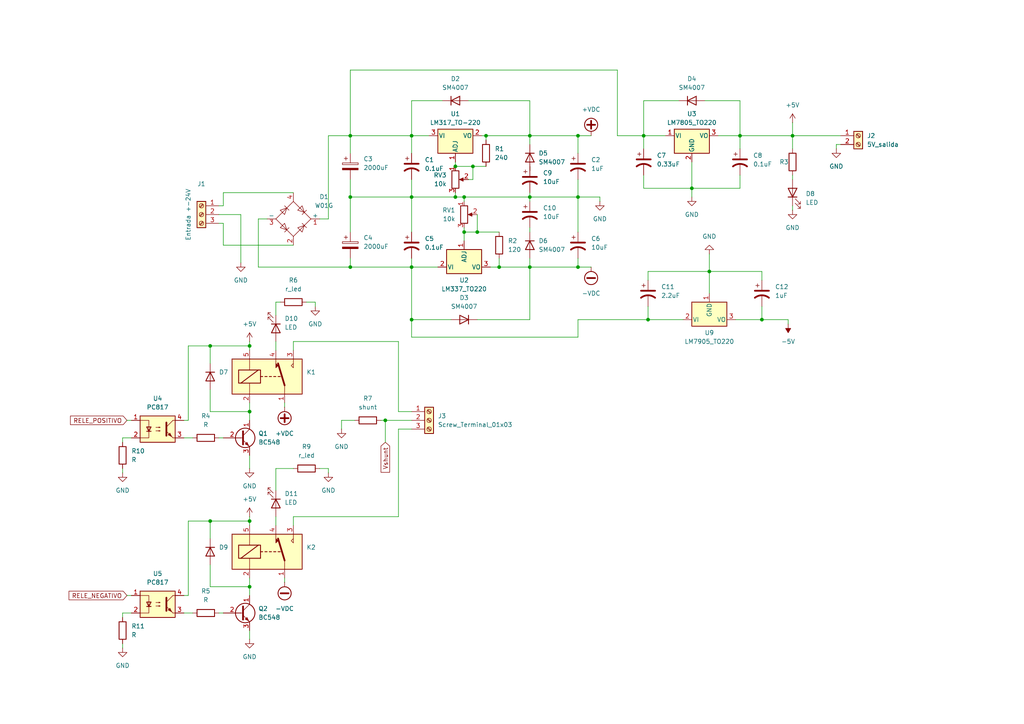
<source format=kicad_sch>
(kicad_sch (version 20231120) (generator "eeschema") (generator_version "8.0")
  (paper "A4")
  (lib_symbols
    (symbol "Connector:Screw_Terminal_01x02" (pin_names (offset 1.016) hide)
      (property "Reference" "J" (at 0 2.54 0))
      (property "Value" "Screw_Terminal_01x02" (at 0 -5.08 0))
      (symbol "Screw_Terminal_01x02_1_1"
        (rectangle (start -1.27 1.27) (end 1.27 -3.81) (stroke (width 0.254)) (fill (type background)))
        (circle (center 0 -2.54) (radius 0.635) (stroke (width 0.1524)))
        (polyline (pts (xy -0.5334 -2.2098) (xy 0.3302 -3.048)) (stroke (width 0.1524)))
        (polyline (pts (xy -0.5334 0.3302) (xy 0.3302 -0.508)) (stroke (width 0.1524)))
        (polyline (pts (xy -0.3556 -2.032) (xy 0.508 -2.8702)) (stroke (width 0.1524)))
        (polyline (pts (xy -0.3556 0.508) (xy 0.508 -0.3302)) (stroke (width 0.1524)))
        (circle (center 0 0) (radius 0.635) (stroke (width 0.1524)))
        (pin passive line (at -5.08 0 0) (length 3.81) (name "Pin_1") (number "1"))
        (pin passive line (at -5.08 -2.54 0) (length 3.81) (name "Pin_2") (number "2"))
      )
    )
    (symbol "Connector:Screw_Terminal_01x03" (pin_names (offset 1.016) hide)
      (property "Reference" "J" (at 0 5.08 0))
      (property "Value" "Screw_Terminal_01x03" (at 0 -5.08 0))
      (symbol "Screw_Terminal_01x03_1_1"
        (rectangle (start -1.27 3.81) (end 1.27 -3.81) (stroke (width 0.254)) (fill (type background)))
        (circle (center 0 -2.54) (radius 0.635) (stroke (width 0.1524)))
        (polyline (pts (xy -0.5334 -2.2098) (xy 0.3302 -3.048)) (stroke (width 0.1524)))
        (polyline (pts (xy -0.5334 0.3302) (xy 0.3302 -0.508)) (stroke (width 0.1524)))
        (polyline (pts (xy -0.5334 2.8702) (xy 0.3302 2.032)) (stroke (width 0.1524)))
        (polyline (pts (xy -0.3556 -2.032) (xy 0.508 -2.8702)) (stroke (width 0.1524)))
        (polyline (pts (xy -0.3556 0.508) (xy 0.508 -0.3302)) (stroke (width 0.1524)))
        (polyline (pts (xy -0.3556 3.048) (xy 0.508 2.2098)) (stroke (width 0.1524)))
        (circle (center 0 0) (radius 0.635) (stroke (width 0.1524)))
        (circle (center 0 2.54) (radius 0.635) (stroke (width 0.1524)))
        (pin passive line (at -5.08 2.54 0) (length 3.81) (name "Pin_1") (number "1"))
        (pin passive line (at -5.08 0 0) (length 3.81) (name "Pin_2") (number "2"))
        (pin passive line (at -5.08 -2.54 0) (length 3.81) (name "Pin_3") (number "3"))
      )
    )
    (symbol "Device:C_Polarized" (pin_numbers hide) (pin_names (offset 0.254))
      (property "Reference" "C" (at 0.635 2.54 0))
      (property "Value" "C_Polarized" (at 0.635 -2.54 0))
      (symbol "C_Polarized_0_1"
        (rectangle (start -2.286 0.508) (end 2.286 1.016))
        (polyline (pts (xy -1.778 2.286) (xy -0.762 2.286)))
        (polyline (pts (xy -1.27 2.794) (xy -1.27 1.778)))
        (rectangle (start 2.286 -0.508) (end -2.286 -1.016) (fill (type outline)))
      )
      (symbol "C_Polarized_1_1"
        (pin passive line (at 0 3.81 270) (length 2.794) (name "~") (number "1"))
        (pin passive line (at 0 -3.81 90) (length 2.794) (name "~") (number "2"))
      )
    )
    (symbol "Device:C_Polarized_US" (pin_numbers hide) (pin_names (offset 0.254) hide)
      (property "Reference" "C" (at 0.635 2.54 0))
      (property "Value" "C_Polarized_US" (at 0.635 -2.54 0))
      (symbol "C_Polarized_US_0_1"
        (polyline (pts (xy -2.032 0.762) (xy 2.032 0.762)) (stroke (width 0.508)))
        (polyline (pts (xy -1.778 2.286) (xy -0.762 2.286)))
        (polyline (pts (xy -1.27 1.778) (xy -1.27 2.794)))
        (arc (start 2.032 -1.27) (mid 0 -0.5572) (end -2.032 -1.27) (stroke (width 0.508)))
      )
      (symbol "C_Polarized_US_1_1"
        (pin passive line (at 0 3.81 270) (length 2.794) (name "~") (number "1"))
        (pin passive line (at 0 -3.81 90) (length 3.302) (name "~") (number "2"))
      )
    )
    (symbol "Device:LED" (pin_numbers hide) (pin_names (offset 1.016) hide)
      (property "Reference" "D" (at 0 2.54 0))
      (property "Value" "LED" (at 0 -2.54 0))
      (symbol "LED_0_1"
        (polyline (pts (xy -1.27 -1.27) (xy -1.27 1.27)) (stroke (width 0.254)))
        (polyline (pts (xy -1.27 0) (xy 1.27 0)))
        (polyline (pts (xy 1.27 -1.27) (xy 1.27 1.27) (xy -1.27 0) (xy 1.27 -1.27)) (stroke (width 0.254)))
        (polyline (pts (xy -3.048 -0.762) (xy -4.572 -2.286) (xy -3.81 -2.286) (xy -4.572 -2.286) (xy -4.572 -1.524)))
        (polyline (pts (xy -1.778 -0.762) (xy -3.302 -2.286) (xy -2.54 -2.286) (xy -3.302 -2.286) (xy -3.302 -1.524)))
      )
      (symbol "LED_1_1"
        (pin passive line (at -3.81 0 0) (length 2.54) (name "K") (number "1"))
        (pin passive line (at 3.81 0 180) (length 2.54) (name "A") (number "2"))
      )
    )
    (symbol "Device:R" (pin_numbers hide) (pin_names (offset 0))
      (property "Reference" "R" (at 2.032 0 90))
      (property "Value" "R" (at 0 0 90))
      (symbol "R_0_1"
        (rectangle (start -1.016 -2.54) (end 1.016 2.54) (stroke (width 0.254)))
      )
      (symbol "R_1_1"
        (pin passive line (at 0 3.81 270) (length 1.27) (name "~") (number "1"))
        (pin passive line (at 0 -3.81 90) (length 1.27) (name "~") (number "2"))
      )
    )
    (symbol "Device:R_Potentiometer" (pin_names (offset 1.016) hide)
      (property "Reference" "RV" (at -4.445 0 90))
      (property "Value" "R_Potentiometer" (at -2.54 0 90))
      (symbol "R_Potentiometer_0_1"
        (polyline (pts (xy 2.54 0) (xy 1.524 0)))
        (polyline (pts (xy 1.143 0) (xy 2.286 0.508) (xy 2.286 -0.508) (xy 1.143 0)) (fill (type outline)))
        (rectangle (start 1.016 2.54) (end -1.016 -2.54) (stroke (width 0.254)))
      )
      (symbol "R_Potentiometer_1_1"
        (pin passive line (at 0 3.81 270) (length 1.27) (name "1") (number "1"))
        (pin passive line (at 3.81 0 180) (length 1.27) (name "2") (number "2"))
        (pin passive line (at 0 -3.81 90) (length 1.27) (name "3") (number "3"))
      )
    )
    (symbol "Diode:1N4007" (pin_numbers hide) (pin_names hide)
      (property "Reference" "D" (at 0 2.54 0))
      (property "Value" "1N4007" (at 0 -2.54 0))
      (symbol "1N4007_0_1"
        (polyline (pts (xy -1.27 1.27) (xy -1.27 -1.27)) (stroke (width 0.254)))
        (polyline (pts (xy 1.27 0) (xy -1.27 0)))
        (polyline (pts (xy 1.27 1.27) (xy 1.27 -1.27) (xy -1.27 0) (xy 1.27 1.27)) (stroke (width 0.254)))
      )
      (symbol "1N4007_1_1"
        (pin passive line (at -3.81 0 0) (length 2.54) (name "K") (number "1"))
        (pin passive line (at 3.81 0 180) (length 2.54) (name "A") (number "2"))
      )
    )
    (symbol "Diode:SM4007" (pin_numbers hide) (pin_names hide)
      (property "Reference" "D" (at 0 2.54 0))
      (property "Value" "SM4007" (at 0 -2.54 0))
      (symbol "SM4007_0_1"
        (polyline (pts (xy -1.27 1.27) (xy -1.27 -1.27)) (stroke (width 0.254)))
        (polyline (pts (xy 1.27 0) (xy -1.27 0)))
        (polyline (pts (xy 1.27 1.27) (xy 1.27 -1.27) (xy -1.27 0) (xy 1.27 1.27)) (stroke (width 0.254)))
      )
      (symbol "SM4007_1_1"
        (pin passive line (at -3.81 0 0) (length 2.54) (name "K") (number "1"))
        (pin passive line (at 3.81 0 180) (length 2.54) (name "A") (number "2"))
      )
    )
    (symbol "Diode_Bridge:W01G" (pin_names (offset 0))
      (property "Reference" "D" (at 2.54 6.985 0))
      (property "Value" "W01G" (at 2.54 5.08 0))
      (symbol "W01G_0_1"
        (polyline (pts (xy -2.54 3.81) (xy -1.27 2.54)))
        (polyline (pts (xy -1.27 -2.54) (xy -2.54 -3.81)))
        (polyline (pts (xy 2.54 -1.27) (xy 3.81 -2.54)))
        (polyline (pts (xy 2.54 1.27) (xy 3.81 2.54)))
        (polyline (pts (xy -3.81 2.54) (xy -2.54 1.27) (xy -1.905 3.175) (xy -3.81 2.54)))
        (polyline (pts (xy -2.54 -1.27) (xy -3.81 -2.54) (xy -1.905 -3.175) (xy -2.54 -1.27)))
        (polyline (pts (xy 1.27 2.54) (xy 2.54 3.81) (xy 3.175 1.905) (xy 1.27 2.54)))
        (polyline (pts (xy 3.175 -1.905) (xy 1.27 -2.54) (xy 2.54 -3.81) (xy 3.175 -1.905)))
        (polyline (pts (xy -5.08 0) (xy 0 -5.08) (xy 5.08 0) (xy 0 5.08) (xy -5.08 0)))
      )
      (symbol "W01G_1_1"
        (pin passive line (at 7.62 0 180) (length 2.54) (name "+") (number "1"))
        (pin passive line (at 0 -7.62 90) (length 2.54) (name "~") (number "2"))
        (pin passive line (at -7.62 0 0) (length 2.54) (name "-") (number "3"))
        (pin passive line (at 0 7.62 270) (length 2.54) (name "~") (number "4"))
      )
    )
    (symbol "Isolator:PC817" (pin_names (offset 1.016))
      (property "Reference" "U" (at -5.08 5.08 0))
      (property "Value" "PC817" (at 0 5.08 0))
      (symbol "PC817_0_1"
        (rectangle (start -5.08 3.81) (end 5.08 -3.81) (stroke (width 0.254)) (fill (type background)))
        (polyline (pts (xy -3.175 -0.635) (xy -1.905 -0.635)) (stroke (width 0.254)))
        (polyline (pts (xy 2.54 0.635) (xy 4.445 2.54)))
        (polyline (pts (xy 4.445 -2.54) (xy 2.54 -0.635)) (fill (type outline)))
        (polyline (pts (xy 4.445 -2.54) (xy 5.08 -2.54)))
        (polyline (pts (xy 4.445 2.54) (xy 5.08 2.54)))
        (polyline (pts (xy -5.08 2.54) (xy -2.54 2.54) (xy -2.54 -0.635)))
        (polyline (pts (xy -2.54 -0.635) (xy -2.54 -2.54) (xy -5.08 -2.54)))
        (polyline (pts (xy 2.54 1.905) (xy 2.54 -1.905) (xy 2.54 -1.905)) (stroke (width 0.508)))
        (polyline (pts (xy -2.54 -0.635) (xy -3.175 0.635) (xy -1.905 0.635) (xy -2.54 -0.635)) (stroke (width 0.254)))
        (polyline (pts (xy -0.508 -0.508) (xy 0.762 -0.508) (xy 0.381 -0.635) (xy 0.381 -0.381) (xy 0.762 -0.508)))
        (polyline (pts (xy -0.508 0.508) (xy 0.762 0.508) (xy 0.381 0.381) (xy 0.381 0.635) (xy 0.762 0.508)))
        (polyline (pts (xy 3.048 -1.651) (xy 3.556 -1.143) (xy 4.064 -2.159) (xy 3.048 -1.651) (xy 3.048 -1.651)) (fill (type outline)))
      )
      (symbol "PC817_1_1"
        (pin passive line (at -7.62 2.54 0) (length 2.54) (name "~") (number "1"))
        (pin passive line (at -7.62 -2.54 0) (length 2.54) (name "~") (number "2"))
        (pin passive line (at 7.62 -2.54 180) (length 2.54) (name "~") (number "3"))
        (pin passive line (at 7.62 2.54 180) (length 2.54) (name "~") (number "4"))
      )
    )
    (symbol "R_1" (pin_numbers hide) (pin_names (offset 0))
      (property "Reference" "R" (at 2.032 0 90))
      (property "Value" "R" (at 0 0 90))
      (symbol "R_1_0_1"
        (rectangle (start -1.016 -2.54) (end 1.016 2.54) (stroke (width 0.254)))
      )
      (symbol "R_1_1_1"
        (pin passive line (at 0 3.81 270) (length 1.27) (name "~") (number "1"))
        (pin passive line (at 0 -3.81 90) (length 1.27) (name "~") (number "2"))
      )
    )
    (symbol "Regulator_Linear:LM317_TO-220" (pin_names (offset 0.254))
      (property "Reference" "U" (at -3.81 3.175 0))
      (property "Value" "LM317_TO-220" (at 0 3.175 0))
      (symbol "LM317_TO-220_0_1"
        (rectangle (start -5.08 1.905) (end 5.08 -5.08) (stroke (width 0.254)) (fill (type background)))
      )
      (symbol "LM317_TO-220_1_1"
        (pin input line (at 0 -7.62 90) (length 2.54) (name "ADJ") (number "1"))
        (pin power_out line (at 7.62 0 180) (length 2.54) (name "VO") (number "2"))
        (pin power_in line (at -7.62 0 0) (length 2.54) (name "VI") (number "3"))
      )
    )
    (symbol "Regulator_Linear:LM337_TO220" (pin_names (offset 0.254))
      (property "Reference" "U" (at -3.81 -3.175 0))
      (property "Value" "LM337_TO220" (at 0 -3.175 0))
      (symbol "LM337_TO220_0_1"
        (rectangle (start -5.08 5.08) (end 5.08 -1.905) (stroke (width 0.254)) (fill (type background)))
      )
      (symbol "LM337_TO220_1_1"
        (pin input line (at 0 7.62 270) (length 2.54) (name "ADJ") (number "1"))
        (pin power_in line (at -7.62 0 0) (length 2.54) (name "VI") (number "2"))
        (pin power_out line (at 7.62 0 180) (length 2.54) (name "VO") (number "3"))
      )
    )
    (symbol "Regulator_Linear:LM7805_TO220" (pin_names (offset 0.254))
      (property "Reference" "U" (at -3.81 3.175 0))
      (property "Value" "LM7805_TO220" (at 0 3.175 0))
      (symbol "LM7805_TO220_0_1"
        (rectangle (start -5.08 1.905) (end 5.08 -5.08) (stroke (width 0.254)) (fill (type background)))
      )
      (symbol "LM7805_TO220_1_1"
        (pin power_in line (at -7.62 0 0) (length 2.54) (name "VI") (number "1"))
        (pin power_in line (at 0 -7.62 90) (length 2.54) (name "GND") (number "2"))
        (pin power_out line (at 7.62 0 180) (length 2.54) (name "VO") (number "3"))
      )
    )
    (symbol "Regulator_Linear:LM7905_TO220" (pin_names (offset 0.254))
      (property "Reference" "U" (at -3.81 -3.175 0))
      (property "Value" "LM7905_TO220" (at 0 -3.175 0))
      (symbol "LM7905_TO220_0_1"
        (rectangle (start -5.08 5.08) (end 5.08 -1.905) (stroke (width 0.254)) (fill (type background)))
      )
      (symbol "LM7905_TO220_1_1"
        (pin power_in line (at 0 7.62 270) (length 2.54) (name "GND") (number "1"))
        (pin power_in line (at -7.62 0 0) (length 2.54) (name "VI") (number "2"))
        (pin power_out line (at 7.62 0 180) (length 2.54) (name "VO") (number "3"))
      )
    )
    (symbol "Relay:SANYOU_SRD_Form_C"
      (property "Reference" "K" (at 11.43 3.81 0))
      (property "Value" "SANYOU_SRD_Form_C" (at 11.43 1.27 0))
      (symbol "SANYOU_SRD_Form_C_0_0"
        (polyline (pts (xy 7.62 5.08) (xy 7.62 2.54) (xy 6.985 3.175) (xy 7.62 3.81)))
      )
      (symbol "SANYOU_SRD_Form_C_0_1"
        (rectangle (start -10.16 5.08) (end 10.16 -5.08) (stroke (width 0.254)) (fill (type background)))
        (rectangle (start -8.255 1.905) (end -1.905 -1.905) (stroke (width 0.254)))
        (polyline (pts (xy -7.62 -1.905) (xy -2.54 1.905)) (stroke (width 0.254)))
        (polyline (pts (xy -5.08 -5.08) (xy -5.08 -1.905)))
        (polyline (pts (xy -5.08 5.08) (xy -5.08 1.905)))
        (polyline (pts (xy -1.905 0) (xy -1.27 0)) (stroke (width 0.254)))
        (polyline (pts (xy -0.635 0) (xy 0 0)) (stroke (width 0.254)))
        (polyline (pts (xy 0.635 0) (xy 1.27 0)) (stroke (width 0.254)))
        (polyline (pts (xy 1.905 0) (xy 2.54 0)) (stroke (width 0.254)))
        (polyline (pts (xy 3.175 0) (xy 3.81 0)) (stroke (width 0.254)))
        (polyline (pts (xy 5.08 -2.54) (xy 3.175 3.81)) (stroke (width 0.508)))
        (polyline (pts (xy 5.08 -2.54) (xy 5.08 -5.08)))
      )
      (symbol "SANYOU_SRD_Form_C_1_1"
        (polyline (pts (xy 2.54 3.81) (xy 3.175 3.175) (xy 2.54 2.54) (xy 2.54 5.08)) (fill (type outline)))
        (pin passive line (at 5.08 -7.62 90) (length 2.54) (name "~") (number "1"))
        (pin passive line (at -5.08 -7.62 90) (length 2.54) (name "~") (number "2"))
        (pin passive line (at 7.62 7.62 270) (length 2.54) (name "~") (number "3"))
        (pin passive line (at 2.54 7.62 270) (length 2.54) (name "~") (number "4"))
        (pin passive line (at -5.08 7.62 270) (length 2.54) (name "~") (number "5"))
      )
    )
    (symbol "Transistor_BJT:BC548" (pin_names (offset 0) hide)
      (property "Reference" "Q" (at 5.08 1.905 0))
      (property "Value" "BC548" (at 5.08 0 0))
      (symbol "BC548_0_1"
        (polyline (pts (xy 0 0) (xy 0.635 0)))
        (polyline (pts (xy 0.635 0.635) (xy 2.54 2.54)))
        (polyline (pts (xy 0.635 -0.635) (xy 2.54 -2.54) (xy 2.54 -2.54)))
        (polyline (pts (xy 0.635 1.905) (xy 0.635 -1.905) (xy 0.635 -1.905)) (stroke (width 0.508)))
        (polyline (pts (xy 1.27 -1.778) (xy 1.778 -1.27) (xy 2.286 -2.286) (xy 1.27 -1.778) (xy 1.27 -1.778)) (fill (type outline)))
        (circle (center 1.27 0) (radius 2.8194) (stroke (width 0.254)))
      )
      (symbol "BC548_1_1"
        (pin passive line (at 2.54 5.08 270) (length 2.54) (name "C") (number "1"))
        (pin input line (at -5.08 0 0) (length 5.08) (name "B") (number "2"))
        (pin passive line (at 2.54 -5.08 90) (length 2.54) (name "E") (number "3"))
      )
    )
    (symbol "power:+5V" (power) (pin_numbers hide) (pin_names (offset 0) hide)
      (property "Value" "+5V" (at 0 3.556 0))
      (symbol "+5V_0_1"
        (polyline (pts (xy -0.762 1.27) (xy 0 2.54)))
        (polyline (pts (xy 0 0) (xy 0 2.54)))
        (polyline (pts (xy 0 2.54) (xy 0.762 1.27)))
      )
      (symbol "+5V_1_1"
        (pin power_in line (at 0 0 90) (length 0) (name "~") (number "1"))
      )
    )
    (symbol "power:+VDC" (power) (pin_numbers hide) (pin_names (offset 0) hide)
      (property "Value" "+VDC" (at 0 6.35 0))
      (symbol "+VDC_0_1"
        (polyline (pts (xy -1.143 3.175) (xy 1.143 3.175)) (stroke (width 0.508)))
        (polyline (pts (xy 0 0) (xy 0 1.27)))
        (polyline (pts (xy 0 2.032) (xy 0 4.318)) (stroke (width 0.508)))
        (circle (center 0 3.175) (radius 1.905) (stroke (width 0.254)))
      )
      (symbol "+VDC_1_1"
        (pin power_in line (at 0 0 90) (length 0) (name "~") (number "1"))
      )
    )
    (symbol "power:-5V" (power) (pin_numbers hide) (pin_names (offset 0) hide)
      (property "Value" "-5V" (at 0 3.556 0))
      (symbol "-5V_0_0"
        (pin power_in line (at 0 0 90) (length 0) (name "~") (number "1"))
      )
      (symbol "-5V_0_1"
        (polyline (pts (xy 0 0) (xy 0 1.27) (xy 0.762 1.27) (xy 0 2.54) (xy -0.762 1.27) (xy 0 1.27)) (fill (type outline)))
      )
    )
    (symbol "power:-VDC" (power) (pin_numbers hide) (pin_names (offset 0) hide)
      (property "Value" "-VDC" (at 0 6.35 0))
      (symbol "-VDC_0_1"
        (polyline (pts (xy -1.143 3.175) (xy 1.143 3.175)) (stroke (width 0.508)))
        (polyline (pts (xy 0 0) (xy 0 1.27)))
        (circle (center 0 3.175) (radius 1.905) (stroke (width 0.254)))
      )
      (symbol "-VDC_1_1"
        (pin power_in line (at 0 0 90) (length 0) (name "~") (number "1"))
      )
    )
    (symbol "power:GND" (power) (pin_numbers hide) (pin_names (offset 0) hide)
      (property "Value" "GND" (at 0 -3.81 0))
      (symbol "GND_0_1"
        (polyline (pts (xy 0 0) (xy 0 -1.27) (xy 1.27 -1.27) (xy 0 -2.54) (xy -1.27 -1.27) (xy 0 -1.27)))
      )
      (symbol "GND_1_1"
        (pin power_in line (at 0 0 270) (length 0) (name "~") (number "1"))
      )
    )
  )
  (junction (at 229.87 39.37))
  (junction (at 72.39 100.33))
  (junction (at 101.6 39.37))
  (junction (at 167.64 77.47))
  (junction (at 111.76 121.92))
  (junction (at 132.08 57.15))
  (junction (at 60.96 151.13))
  (junction (at 137.16 48.26))
  (junction (at 101.6 57.15))
  (junction (at 119.38 39.37))
  (junction (at 101.6 77.47))
  (junction (at 138.43 67.31))
  (junction (at 134.62 67.31))
  (junction (at 153.67 77.47))
  (junction (at 119.38 92.71))
  (junction (at 220.98 92.71))
  (junction (at 167.64 57.15))
  (junction (at 72.39 170.18))
  (junction (at 134.62 57.15))
  (junction (at 153.67 57.15))
  (junction (at 167.64 39.37))
  (junction (at 200.66 54.61))
  (junction (at 140.97 39.37))
  (junction (at 119.38 57.15))
  (junction (at 144.78 77.47))
  (junction (at 187.96 92.71))
  (junction (at 119.38 77.47))
  (junction (at 186.69 39.37))
  (junction (at 205.74 78.74))
  (junction (at 132.08 48.26))
  (junction (at 72.39 119.38))
  (junction (at 60.96 100.33))
  (junction (at 72.39 151.13))
  (junction (at 214.63 39.37))
  (junction (at 153.67 39.37))
  (wire (pts (xy 80.01 135.89) (xy 80.01 142.24)))
  (wire (pts (xy 119.38 92.71) (xy 119.38 77.47)))
  (wire (pts (xy 119.38 44.45) (xy 119.38 39.37)))
  (wire (pts (xy 229.87 39.37) (xy 243.84 39.37)))
  (wire (pts (xy 72.39 170.18) (xy 72.39 167.64)))
  (wire (pts (xy 179.07 39.37) (xy 186.69 39.37)))
  (wire (pts (xy 111.76 121.92) (xy 119.38 121.92)))
  (wire (pts (xy 60.96 100.33) (xy 72.39 100.33)))
  (wire (pts (xy 80.01 87.63) (xy 80.01 91.44)))
  (wire (pts (xy 153.67 92.71) (xy 153.67 77.47)))
  (wire (pts (xy 101.6 39.37) (xy 101.6 44.45)))
  (wire (pts (xy 186.69 50.8) (xy 186.69 54.61)))
  (wire (pts (xy 208.28 39.37) (xy 214.63 39.37)))
  (wire (pts (xy 153.67 29.21) (xy 153.67 39.37)))
  (wire (pts (xy 85.09 99.06) (xy 115.57 99.06)))
  (wire (pts (xy 242.57 43.18) (xy 242.57 41.91)))
  (wire (pts (xy 229.87 59.69) (xy 229.87 60.96)))
  (wire (pts (xy 85.09 152.4) (xy 85.09 149.86)))
  (wire (pts (xy 242.57 41.91) (xy 243.84 41.91)))
  (wire (pts (xy 60.96 105.41) (xy 60.96 100.33)))
  (wire (pts (xy 213.36 92.71) (xy 220.98 92.71)))
  (wire (pts (xy 153.67 57.15) (xy 167.64 57.15)))
  (wire (pts (xy 80.01 149.86) (xy 80.01 152.4)))
  (wire (pts (xy 101.6 77.47) (xy 119.38 77.47)))
  (wire (pts (xy 72.39 182.88) (xy 72.39 185.42)))
  (wire (pts (xy 153.67 77.47) (xy 144.78 77.47)))
  (wire (pts (xy 153.67 39.37) (xy 153.67 41.91)))
  (wire (pts (xy 186.69 43.18) (xy 186.69 39.37)))
  (wire (pts (xy 63.5 127) (xy 64.77 127)))
  (wire (pts (xy 144.78 74.93) (xy 144.78 77.47)))
  (wire (pts (xy 54.61 100.33) (xy 60.96 100.33)))
  (wire (pts (xy 228.6 92.71) (xy 228.6 93.98)))
  (wire (pts (xy 144.78 77.47) (xy 142.24 77.47)))
  (wire (pts (xy 72.39 100.33) (xy 72.39 101.6)))
  (wire (pts (xy 153.67 55.88) (xy 153.67 57.15)))
  (wire (pts (xy 60.96 156.21) (xy 60.96 151.13)))
  (wire (pts (xy 119.38 92.71) (xy 119.38 97.79)))
  (wire (pts (xy 214.63 54.61) (xy 214.63 50.8)))
  (wire (pts (xy 135.89 29.21) (xy 153.67 29.21)))
  (wire (pts (xy 95.25 135.89) (xy 92.71 135.89)))
  (wire (pts (xy 229.87 39.37) (xy 229.87 35.56)))
  (wire (pts (xy 101.6 39.37) (xy 119.38 39.37)))
  (wire (pts (xy 80.01 99.06) (xy 80.01 101.6)))
  (wire (pts (xy 115.57 119.38) (xy 119.38 119.38)))
  (wire (pts (xy 134.62 57.15) (xy 134.62 58.42)))
  (wire (pts (xy 200.66 54.61) (xy 200.66 57.15)))
  (wire (pts (xy 92.71 63.5) (xy 95.25 63.5)))
  (wire (pts (xy 229.87 50.8) (xy 229.87 52.07)))
  (wire (pts (xy 186.69 39.37) (xy 193.04 39.37)))
  (wire (pts (xy 135.89 52.07) (xy 137.16 52.07)))
  (wire (pts (xy 205.74 73.66) (xy 205.74 78.74)))
  (wire (pts (xy 53.34 127) (xy 55.88 127)))
  (wire (pts (xy 200.66 46.99) (xy 200.66 54.61)))
  (wire (pts (xy 153.67 58.42) (xy 153.67 57.15)))
  (wire (pts (xy 54.61 121.92) (xy 53.34 121.92)))
  (wire (pts (xy 196.85 29.21) (xy 186.69 29.21)))
  (wire (pts (xy 205.74 78.74) (xy 205.74 85.09)))
  (wire (pts (xy 153.67 74.93) (xy 153.67 77.47)))
  (wire (pts (xy 153.67 39.37) (xy 167.64 39.37)))
  (wire (pts (xy 119.38 57.15) (xy 132.08 57.15)))
  (wire (pts (xy 167.64 44.45) (xy 167.64 39.37)))
  (wire (pts (xy 167.64 74.93) (xy 167.64 77.47)))
  (wire (pts (xy 137.16 48.26) (xy 140.97 48.26)))
  (wire (pts (xy 36.83 172.72) (xy 38.1 172.72)))
  (wire (pts (xy 60.96 113.03) (xy 60.96 119.38)))
  (wire (pts (xy 138.43 62.23) (xy 138.43 67.31)))
  (wire (pts (xy 74.93 63.5) (xy 77.47 63.5)))
  (wire (pts (xy 64.77 71.12) (xy 85.09 71.12)))
  (wire (pts (xy 167.64 92.71) (xy 187.96 92.71)))
  (wire (pts (xy 132.08 57.15) (xy 134.62 57.15)))
  (wire (pts (xy 205.74 78.74) (xy 220.98 78.74)))
  (wire (pts (xy 64.77 55.88) (xy 85.09 55.88)))
  (wire (pts (xy 101.6 77.47) (xy 74.93 77.47)))
  (wire (pts (xy 101.6 77.47) (xy 101.6 74.93)))
  (wire (pts (xy 101.6 39.37) (xy 101.6 20.32)))
  (wire (pts (xy 72.39 151.13) (xy 72.39 152.4)))
  (wire (pts (xy 167.64 97.79) (xy 167.64 92.71)))
  (wire (pts (xy 85.09 135.89) (xy 80.01 135.89)))
  (wire (pts (xy 187.96 78.74) (xy 205.74 78.74)))
  (wire (pts (xy 130.81 92.71) (xy 119.38 92.71)))
  (wire (pts (xy 72.39 132.08) (xy 72.39 135.89)))
  (wire (pts (xy 95.25 39.37) (xy 101.6 39.37)))
  (wire (pts (xy 134.62 66.04) (xy 134.62 67.31)))
  (wire (pts (xy 119.38 52.07) (xy 119.38 57.15)))
  (wire (pts (xy 153.67 66.04) (xy 153.67 67.31)))
  (wire (pts (xy 64.77 59.69) (xy 64.77 55.88)))
  (wire (pts (xy 95.25 137.16) (xy 95.25 135.89)))
  (wire (pts (xy 95.25 63.5) (xy 95.25 39.37)))
  (wire (pts (xy 35.56 179.07) (xy 35.56 177.8)))
  (wire (pts (xy 115.57 149.86) (xy 115.57 124.46)))
  (wire (pts (xy 153.67 48.26) (xy 153.67 49.53)))
  (wire (pts (xy 187.96 92.71) (xy 198.12 92.71)))
  (wire (pts (xy 220.98 92.71) (xy 220.98 88.9)))
  (wire (pts (xy 35.56 128.27) (xy 35.56 127)))
  (wire (pts (xy 167.64 77.47) (xy 153.67 77.47)))
  (wire (pts (xy 35.56 186.69) (xy 35.56 187.96)))
  (wire (pts (xy 72.39 119.38) (xy 72.39 121.92)))
  (wire (pts (xy 82.55 116.84) (xy 82.55 118.11)))
  (wire (pts (xy 138.43 67.31) (xy 144.78 67.31)))
  (wire (pts (xy 60.96 151.13) (xy 72.39 151.13)))
  (wire (pts (xy 99.06 121.92) (xy 102.87 121.92)))
  (wire (pts (xy 110.49 121.92) (xy 111.76 121.92)))
  (wire (pts (xy 140.97 40.64) (xy 140.97 39.37)))
  (wire (pts (xy 220.98 78.74) (xy 220.98 81.28)))
  (wire (pts (xy 115.57 99.06) (xy 115.57 119.38)))
  (wire (pts (xy 115.57 124.46) (xy 119.38 124.46)))
  (wire (pts (xy 91.44 87.63) (xy 88.9 87.63)))
  (wire (pts (xy 85.09 101.6) (xy 85.09 99.06)))
  (wire (pts (xy 35.56 127) (xy 38.1 127)))
  (wire (pts (xy 101.6 20.32) (xy 179.07 20.32)))
  (wire (pts (xy 63.5 177.8) (xy 64.77 177.8)))
  (wire (pts (xy 72.39 99.06) (xy 72.39 100.33)))
  (wire (pts (xy 132.08 55.88) (xy 132.08 57.15)))
  (wire (pts (xy 69.85 62.23) (xy 63.5 62.23)))
  (wire (pts (xy 54.61 121.92) (xy 54.61 100.33)))
  (wire (pts (xy 74.93 77.47) (xy 74.93 63.5)))
  (wire (pts (xy 99.06 124.46) (xy 99.06 121.92)))
  (wire (pts (xy 204.47 29.21) (xy 214.63 29.21)))
  (wire (pts (xy 187.96 88.9) (xy 187.96 92.71)))
  (wire (pts (xy 60.96 170.18) (xy 72.39 170.18)))
  (wire (pts (xy 63.5 59.69) (xy 64.77 59.69)))
  (wire (pts (xy 64.77 64.77) (xy 64.77 71.12)))
  (wire (pts (xy 101.6 52.07) (xy 101.6 57.15)))
  (wire (pts (xy 60.96 163.83) (xy 60.96 170.18)))
  (wire (pts (xy 119.38 39.37) (xy 124.46 39.37)))
  (wire (pts (xy 119.38 97.79) (xy 167.64 97.79)))
  (wire (pts (xy 35.56 177.8) (xy 38.1 177.8)))
  (wire (pts (xy 119.38 74.93) (xy 119.38 77.47)))
  (wire (pts (xy 140.97 39.37) (xy 153.67 39.37)))
  (wire (pts (xy 167.64 57.15) (xy 167.64 67.31)))
  (wire (pts (xy 173.99 57.15) (xy 167.64 57.15)))
  (wire (pts (xy 72.39 119.38) (xy 72.39 116.84)))
  (wire (pts (xy 137.16 48.26) (xy 137.16 52.07)))
  (wire (pts (xy 134.62 57.15) (xy 153.67 57.15)))
  (wire (pts (xy 53.34 177.8) (xy 55.88 177.8)))
  (wire (pts (xy 220.98 92.71) (xy 228.6 92.71)))
  (wire (pts (xy 111.76 121.92) (xy 111.76 128.27)))
  (wire (pts (xy 119.38 57.15) (xy 119.38 67.31)))
  (wire (pts (xy 101.6 57.15) (xy 101.6 67.31)))
  (wire (pts (xy 128.27 29.21) (xy 119.38 29.21)))
  (wire (pts (xy 186.69 29.21) (xy 186.69 39.37)))
  (wire (pts (xy 132.08 46.99) (xy 132.08 48.26)))
  (wire (pts (xy 173.99 57.15) (xy 173.99 58.42)))
  (wire (pts (xy 134.62 67.31) (xy 134.62 69.85)))
  (wire (pts (xy 214.63 43.18) (xy 214.63 39.37)))
  (wire (pts (xy 187.96 81.28) (xy 187.96 78.74)))
  (wire (pts (xy 82.55 167.64) (xy 82.55 168.91)))
  (wire (pts (xy 54.61 151.13) (xy 60.96 151.13)))
  (wire (pts (xy 64.77 64.77) (xy 63.5 64.77)))
  (wire (pts (xy 72.39 170.18) (xy 72.39 172.72)))
  (wire (pts (xy 167.64 77.47) (xy 171.45 77.47)))
  (wire (pts (xy 36.83 121.92) (xy 38.1 121.92)))
  (wire (pts (xy 119.38 57.15) (xy 101.6 57.15)))
  (wire (pts (xy 179.07 20.32) (xy 179.07 39.37)))
  (wire (pts (xy 60.96 119.38) (xy 72.39 119.38)))
  (wire (pts (xy 140.97 39.37) (xy 139.7 39.37)))
  (wire (pts (xy 186.69 54.61) (xy 200.66 54.61)))
  (wire (pts (xy 69.85 76.2) (xy 69.85 62.23)))
  (wire (pts (xy 85.09 149.86) (xy 115.57 149.86)))
  (wire (pts (xy 200.66 54.61) (xy 214.63 54.61)))
  (wire (pts (xy 54.61 172.72) (xy 54.61 151.13)))
  (wire (pts (xy 54.61 172.72) (xy 53.34 172.72)))
  (wire (pts (xy 81.28 87.63) (xy 80.01 87.63)))
  (wire (pts (xy 134.62 67.31) (xy 138.43 67.31)))
  (wire (pts (xy 35.56 135.89) (xy 35.56 137.16)))
  (wire (pts (xy 72.39 149.86) (xy 72.39 151.13)))
  (wire (pts (xy 91.44 88.9) (xy 91.44 87.63)))
  (wire (pts (xy 132.08 48.26) (xy 137.16 48.26)))
  (wire (pts (xy 138.43 92.71) (xy 153.67 92.71)))
  (wire (pts (xy 229.87 39.37) (xy 229.87 43.18)))
  (wire (pts (xy 214.63 39.37) (xy 229.87 39.37)))
  (wire (pts (xy 167.64 52.07) (xy 167.64 57.15)))
  (wire (pts (xy 119.38 77.47) (xy 127 77.47)))
  (wire (pts (xy 214.63 29.21) (xy 214.63 39.37)))
  (wire (pts (xy 119.38 29.21) (xy 119.38 39.37)))
  (wire (pts (xy 167.64 39.37) (xy 171.45 39.37)))
  (global_label "RELE_NEGATIVO" (shape input) (at 36.83 172.72 180) (property "Intersheetrefs" "${INTERSHEET_REFS}" (effects (hide yes))))
  (global_label "Vshunt" (shape input) (at 111.76 128.27 270) (property "Intersheetrefs" "${INTERSHEET_REFS}" (effects (hide yes))))
  (global_label "RELE_POSITIVO" (shape input) (at 36.83 121.92 180) (property "Intersheetrefs" "${INTERSHEET_REFS}" (effects (hide yes))))
  (symbol (lib_id "Regulator_Linear:LM7805_TO220") (at 200.66 39.37 0) (unit 1)
    (property "Reference" "U3" (at 200.66 33.02 0))
    (property "Value" "LM7805_TO220" (at 200.66 35.56 0))
    (property "Footprint" "Package_TO_SOT_THT:TO-220-3_Vertical" (effects (hide yes)))
    (property "Datasheet" "https://www.onsemi.cn/PowerSolutions/document/MC7800-D.PDF" (effects (hide yes)))
    (property "Description" "Positive 1A 35V Linear Regulator, Fixed Output 5V, TO-220" (effects (hide yes)))
  )
  (symbol (lib_id "power:-5V") (at 228.6 93.98 180) (unit 1)
    (property "Reference" "#PWR037" (effects (hide yes)))
    (property "Value" "-5V" (at 228.6 99.06 0))
    (property "Description" "Power symbol creates a global label with name \"-5V\"" (effects (hide yes)))
  )
  (symbol (lib_id "Regulator_Linear:LM317_TO-220") (at 132.08 39.37 0) (unit 1)
    (property "Reference" "U1" (at 132.08 33.02 0))
    (property "Value" "LM317_TO-220" (at 132.08 35.56 0))
    (property "Footprint" "Package_TO_SOT_THT:TO-220-3_Vertical" (effects (hide yes)))
    (property "Datasheet" "http://www.ti.com/lit/ds/symlink/lm317.pdf" (effects (hide yes)))
    (property "Description" "1.5A 35V Adjustable Linear Regulator, TO-220" (effects (hide yes)))
  )
  (symbol (lib_id "Regulator_Linear:LM337_TO220") (at 134.62 77.47 0) (unit 1)
    (property "Reference" "U2" (at 134.62 81.28 0))
    (property "Value" "LM337_TO220" (at 134.62 83.82 0))
    (property "Footprint" "Package_TO_SOT_THT:TO-220-3_Vertical" (effects (hide yes)))
    (property "Datasheet" "http://www.ti.com/lit/ds/symlink/lm337-n.pdf" (effects (hide yes)))
    (property "Description" "Negative 1.5A 35V Adjustable Linear Regulator, TO-220" (effects (hide yes)))
  )
  (symbol (lib_id "Device:C_Polarized_US") (at 119.38 48.26 0) (unit 1)
    (property "Reference" "C1" (at 123.19 46.3549 0) (effects (justify left)))
    (property "Value" "0.1uF" (at 123.19 48.8949 0) (effects (justify left)))
    (property "Description" "Polarized capacitor, US symbol" (effects (hide yes)))
  )
  (symbol (lib_id "Device:LED") (at 80.01 95.25 270) (unit 1)
    (property "Reference" "D10" (at 82.55 92.3924 90) (effects (justify left)))
    (property "Value" "LED" (at 82.55 94.9324 90) (effects (justify left)))
    (property "Description" "Light emitting diode" (effects (hide yes)))
  )
  (symbol (lib_id "Device:R_Potentiometer") (at 134.62 62.23 0) (unit 1)
    (property "Reference" "RV1" (at 132.08 60.9599 0) (effects (justify right)))
    (property "Value" "10k" (at 132.08 63.4999 0) (effects (justify right)))
    (property "Description" "Potentiometer" (effects (hide yes)))
  )
  (symbol (lib_id "power:GND") (at 95.25 137.16 0) (unit 1)
    (property "Reference" "#PWR017" (effects (hide yes)))
    (property "Value" "GND" (at 95.25 142.24 0))
    (property "Description" "Power symbol creates a global label with name \"GND\" , ground" (effects (hide yes)))
  )
  (symbol (lib_id "Device:C_Polarized_US") (at 187.96 85.09 0) (unit 1)
    (property "Reference" "C11" (at 191.77 83.1849 0) (effects (justify left)))
    (property "Value" "2.2uF" (at 191.77 85.7249 0) (effects (justify left)))
    (property "Description" "Polarized capacitor, US symbol" (effects (hide yes)))
  )
  (symbol (lib_id "Device:R") (at 144.78 71.12 0) (unit 1)
    (property "Reference" "R2" (at 147.32 69.8499 0) (effects (justify left)))
    (property "Value" "120" (at 147.32 72.3899 0) (effects (justify left)))
    (property "Description" "Resistor" (effects (hide yes)))
  )
  (symbol (lib_id "Device:C_Polarized_US") (at 167.64 71.12 0) (unit 1)
    (property "Reference" "C6" (at 171.45 69.2149 0) (effects (justify left)))
    (property "Value" "10uF" (at 171.45 71.7549 0) (effects (justify left)))
    (property "Description" "Polarized capacitor, US symbol" (effects (hide yes)))
  )
  (symbol (lib_id "Device:C_Polarized_US") (at 186.69 46.99 0) (unit 1)
    (property "Reference" "C7" (at 190.5 45.0849 0) (effects (justify left)))
    (property "Value" "0.33uF" (at 190.5 47.6249 0) (effects (justify left)))
    (property "Description" "Polarized capacitor, US symbol" (effects (hide yes)))
  )
  (symbol (lib_id "power:+5V") (at 72.39 99.06 0) (unit 1)
    (property "Reference" "#PWR09" (effects (hide yes)))
    (property "Value" "+5V" (at 72.39 93.98 0))
    (property "Description" "Power symbol creates a global label with name \"+5V\"" (effects (hide yes)))
  )
  (symbol (lib_id "power:+5V") (at 72.39 149.86 0) (unit 1)
    (property "Reference" "#PWR012" (effects (hide yes)))
    (property "Value" "+5V" (at 72.39 144.78 0))
    (property "Description" "Power symbol creates a global label with name \"+5V\"" (effects (hide yes)))
  )
  (symbol (lib_id "power:GND") (at 72.39 185.42 0) (unit 1)
    (property "Reference" "#PWR013" (effects (hide yes)))
    (property "Value" "GND" (at 72.39 190.5 0))
    (property "Description" "Power symbol creates a global label with name \"GND\" , ground" (effects (hide yes)))
  )
  (symbol (lib_id "Regulator_Linear:LM7905_TO220") (at 205.74 92.71 0) (unit 1)
    (property "Reference" "U9" (at 205.74 96.52 0))
    (property "Value" "LM7905_TO220" (at 205.74 99.06 0))
    (property "Footprint" "Package_TO_SOT_THT:TO-220-3_Vertical" (effects (hide yes)))
    (property "Datasheet" "https://www.onsemi.com/pub/Collateral/MC7900-D.PDF" (effects (hide yes)))
    (property "Description" "Negative 1A 35V Linear Regulator, Fixed Output 5V, TO-220" (effects (hide yes)))
  )
  (symbol (lib_id "power:GND") (at 91.44 88.9 0) (unit 1)
    (property "Reference" "#PWR016" (effects (hide yes)))
    (property "Value" "GND" (at 91.44 93.98 0))
    (property "Description" "Power symbol creates a global label with name \"GND\" , ground" (effects (hide yes)))
  )
  (symbol (lib_id "Connector:Screw_Terminal_01x03") (at 58.42 62.23 0) (mirror y) (unit 1)
    (property "Reference" "J1" (at 58.42 53.34 0))
    (property "Value" "Entrada +-24V" (at 54.61 62.23 90))
    (property "Description" "Generic screw terminal, single row, 01x03, script generated (kicad-library-utils/schlib/autogen/connector/)" (effects (hide yes)))
  )
  (symbol (lib_id "Transistor_BJT:BC548") (at 69.85 177.8 0) (unit 1)
    (property "Reference" "Q2" (at 74.93 176.5299 0) (effects (justify left)))
    (property "Value" "BC548" (at 74.93 179.0699 0) (effects (justify left)))
    (property "Footprint" "Package_TO_SOT_THT:TO-92_Inline" (effects (hide yes)))
    (property "Datasheet" "https://www.onsemi.com/pub/Collateral/BC550-D.pdf" (effects (hide yes)))
    (property "Description" "0.1A Ic, 30V Vce, Small Signal NPN Transistor, TO-92" (effects (hide yes)))
  )
  (symbol (lib_id "power:GND") (at 35.56 137.16 0) (unit 1)
    (property "Reference" "#PWR018" (effects (hide yes)))
    (property "Value" "GND" (at 35.56 142.24 0))
    (property "Description" "Power symbol creates a global label with name \"GND\" , ground" (effects (hide yes)))
  )
  (symbol (lib_id "Connector:Screw_Terminal_01x03") (at 124.46 121.92 0) (unit 1)
    (property "Reference" "J3" (at 127 120.6499 0) (effects (justify left)))
    (property "Value" "Screw_Terminal_01x03" (at 127 123.1899 0) (effects (justify left)))
    (property "Description" "Generic screw terminal, single row, 01x03, script generated (kicad-library-utils/schlib/autogen/connector/)" (effects (hide yes)))
  )
  (symbol (lib_id "power:+VDC") (at 171.45 39.37 0) (unit 1)
    (property "Reference" "#PWR04" (effects (hide yes)))
    (property "Value" "+VDC" (at 171.45 31.75 0))
    (property "Description" "Power symbol creates a global label with name \"+VDC\"" (effects (hide yes)))
  )
  (symbol (lib_id "Device:C_Polarized_US") (at 167.64 48.26 0) (unit 1)
    (property "Reference" "C2" (at 171.45 46.3549 0) (effects (justify left)))
    (property "Value" "1uF" (at 171.45 48.8949 0) (effects (justify left)))
    (property "Description" "Polarized capacitor, US symbol" (effects (hide yes)))
  )
  (symbol (lib_id "Relay:SANYOU_SRD_Form_C") (at 77.47 109.22 0) (unit 1)
    (property "Reference" "K1" (at 88.9 107.9499 0) (effects (justify left)))
    (property "Value" "SANYOU_SRD_Form_C" (effects (hide yes)))
    (property "Footprint" "Relay_THT:Relay_SPDT_SANYOU_SRD_Series_Form_C" (effects (hide yes)))
    (property "Datasheet" "http://www.sanyourelay.ca/public/products/pdf/SRD.pdf" (effects (hide yes)))
    (property "Description" "Sanyo SRD relay, Single Pole Miniature Power Relay," (effects (hide yes)))
  )
  (symbol (lib_id "Diode:SM4007") (at 153.67 71.12 270) (unit 1)
    (property "Reference" "D6" (at 156.21 69.8499 90) (effects (justify left)))
    (property "Value" "SM4007" (at 156.21 72.3899 90) (effects (justify left)))
    (property "Footprint" "Diode_SMD:D_MELF" (effects (hide yes)))
    (property "Datasheet" "http://cdn-reichelt.de/documents/datenblatt/A400/SMD1N400%23DIO.pdf" (effects (hide yes)))
    (property "Description" "1000V 1A General Purpose Rectifier Diode, MELF" (effects (hide yes)))
    (property "Sim.Device" "D" (effects (hide yes)))
    (property "Sim.Pins" "1=K 2=A" (effects (hide yes)))
  )
  (symbol (lib_id "Device:C_Polarized_US") (at 220.98 85.09 0) (unit 1)
    (property "Reference" "C12" (at 224.79 83.1849 0) (effects (justify left)))
    (property "Value" "1uF" (at 224.79 85.7249 0) (effects (justify left)))
    (property "Description" "Polarized capacitor, US symbol" (effects (hide yes)))
  )
  (symbol (lib_id "Device:LED") (at 229.87 55.88 90) (unit 1)
    (property "Reference" "D8" (at 233.68 56.1974 90) (effects (justify right)))
    (property "Value" "LED" (at 233.68 58.7374 90) (effects (justify right)))
    (property "Description" "Light emitting diode" (effects (hide yes)))
  )
  (symbol (lib_id "Device:C_Polarized_US") (at 153.67 62.23 0) (unit 1)
    (property "Reference" "C10" (at 157.48 60.3249 0) (effects (justify left)))
    (property "Value" "10uF" (at 157.48 62.8649 0) (effects (justify left)))
    (property "Description" "Polarized capacitor, US symbol" (effects (hide yes)))
  )
  (symbol (lib_id "power:GND") (at 242.57 43.18 0) (unit 1)
    (property "Reference" "#PWR011" (effects (hide yes)))
    (property "Value" "GND" (at 242.57 48.26 0))
    (property "Description" "Power symbol creates a global label with name \"GND\" , ground" (effects (hide yes)))
  )
  (symbol (lib_id "Device:R") (at 35.56 182.88 0) (unit 1)
    (property "Reference" "R11" (at 38.1 181.6099 0) (effects (justify left)))
    (property "Value" "R" (at 38.1 184.1499 0) (effects (justify left)))
    (property "Description" "Resistor" (effects (hide yes)))
  )
  (symbol (lib_id "power:GND") (at 229.87 60.96 0) (unit 1)
    (property "Reference" "#PWR07" (effects (hide yes)))
    (property "Value" "GND" (at 229.87 66.04 0))
    (property "Description" "Power symbol creates a global label with name \"GND\" , ground" (effects (hide yes)))
  )
  (symbol (lib_id "Device:C_Polarized_US") (at 119.38 71.12 0) (unit 1)
    (property "Reference" "C5" (at 123.19 69.2149 0) (effects (justify left)))
    (property "Value" "0.1uF" (at 123.19 71.7549 0) (effects (justify left)))
    (property "Description" "Polarized capacitor, US symbol" (effects (hide yes)))
  )
  (symbol (lib_id "Isolator:PC817") (at 45.72 124.46 0) (unit 1)
    (property "Reference" "U4" (at 45.72 115.57 0))
    (property "Value" "PC817" (at 45.72 118.11 0))
    (property "Footprint" "Package_DIP:DIP-4_W7.62mm" (effects (hide yes)))
    (property "Datasheet" "http://www.soselectronic.cz/a_info/resource/d/pc817.pdf" (effects (hide yes)))
    (property "Description" "DC Optocoupler, Vce 35V, CTR 50-300%, DIP-4" (effects (hide yes)))
  )
  (symbol (lib_id "Device:R") (at 88.9 135.89 90) (unit 1)
    (property "Reference" "R9" (at 88.9 129.54 90))
    (property "Value" "r_led" (at 88.9 132.08 90))
    (property "Description" "Resistor" (effects (hide yes)))
  )
  (symbol (lib_id "power:GND") (at 69.85 76.2 0) (unit 1)
    (property "Reference" "#PWR01" (effects (hide yes)))
    (property "Value" "GND" (at 69.85 81.28 0))
    (property "Description" "Power symbol creates a global label with name \"GND\" , ground" (effects (hide yes)))
  )
  (symbol (lib_id "Diode_Bridge:W01G") (at 85.09 63.5 0) (unit 1)
    (property "Reference" "D1" (at 93.98 57.0798 0))
    (property "Value" "W01G" (at 93.98 59.6198 0))
    (property "Footprint" "Diode_THT:Diode_Bridge_Round_D9.8mm" (effects (hide yes)))
    (property "Datasheet" "https://www.vishay.com/docs/88769/woo5g.pdf" (effects (hide yes)))
    (property "Description" "Glass Passivated Single-Phase Bridge Rectifier, 70V Vrms, 1.5A If, WOG package" (effects (hide yes)))
  )
  (symbol (lib_id "Device:R") (at 85.09 87.63 90) (unit 1)
    (property "Reference" "R6" (at 85.09 81.28 90))
    (property "Value" "r_led" (at 85.09 83.82 90))
    (property "Description" "Resistor" (effects (hide yes)))
  )
  (symbol (lib_id "power:GND") (at 205.74 73.66 180) (unit 1)
    (property "Reference" "#PWR036" (effects (hide yes)))
    (property "Value" "GND" (at 205.74 68.58 0))
    (property "Description" "Power symbol creates a global label with name \"GND\" , ground" (effects (hide yes)))
  )
  (symbol (lib_id "Connector:Screw_Terminal_01x02") (at 248.92 39.37 0) (unit 1)
    (property "Reference" "J2" (at 251.46 39.3699 0) (effects (justify left)))
    (property "Value" "5V_salida" (at 251.46 41.9099 0) (effects (justify left)))
    (property "Description" "Generic screw terminal, single row, 01x02, script generated (kicad-library-utils/schlib/autogen/connector/)" (effects (hide yes)))
  )
  (symbol (lib_id "Device:C_Polarized_US") (at 214.63 46.99 0) (unit 1)
    (property "Reference" "C8" (at 218.44 45.0849 0) (effects (justify left)))
    (property "Value" "0.1uF" (at 218.44 47.6249 0) (effects (justify left)))
    (property "Description" "Polarized capacitor, US symbol" (effects (hide yes)))
  )
  (symbol (lib_id "power:GND") (at 35.56 187.96 0) (unit 1)
    (property "Reference" "#PWR019" (effects (hide yes)))
    (property "Value" "GND" (at 35.56 193.04 0))
    (property "Description" "Power symbol creates a global label with name \"GND\" , ground" (effects (hide yes)))
  )
  (symbol (lib_id "power:+5V") (at 229.87 35.56 0) (unit 1)
    (property "Reference" "#PWR03" (effects (hide yes)))
    (property "Value" "+5V" (at 229.87 30.48 0))
    (property "Description" "Power symbol creates a global label with name \"+5V\"" (effects (hide yes)))
  )
  (symbol (lib_id "Device:LED") (at 80.01 146.05 270) (unit 1)
    (property "Reference" "D11" (at 82.55 143.1924 90) (effects (justify left)))
    (property "Value" "LED" (at 82.55 145.7324 90) (effects (justify left)))
    (property "Description" "Light emitting diode" (effects (hide yes)))
  )
  (symbol (lib_id "Device:R") (at 140.97 44.45 0) (unit 1)
    (property "Reference" "R1" (at 143.51 43.1799 0) (effects (justify left)))
    (property "Value" "240" (at 143.51 45.7199 0) (effects (justify left)))
    (property "Description" "Resistor" (effects (hide yes)))
  )
  (symbol (lib_id "Diode:SM4007") (at 153.67 45.72 270) (unit 1)
    (property "Reference" "D5" (at 156.21 44.4499 90) (effects (justify left)))
    (property "Value" "SM4007" (at 156.21 46.9899 90) (effects (justify left)))
    (property "Footprint" "Diode_SMD:D_MELF" (effects (hide yes)))
    (property "Datasheet" "http://cdn-reichelt.de/documents/datenblatt/A400/SMD1N400%23DIO.pdf" (effects (hide yes)))
    (property "Description" "1000V 1A General Purpose Rectifier Diode, MELF" (effects (hide yes)))
    (property "Sim.Device" "D" (effects (hide yes)))
    (property "Sim.Pins" "1=K 2=A" (effects (hide yes)))
  )
  (symbol (lib_id "Diode:1N4007") (at 60.96 160.02 270) (unit 1)
    (property "Reference" "D9" (at 63.5 158.7499 90) (effects (justify left)))
    (property "Value" "1N4007" (effects (hide yes)))
    (property "Footprint" "Diode_THT:D_DO-41_SOD81_P10.16mm_Horizontal" (effects (hide yes)))
    (property "Datasheet" "http://www.vishay.com/docs/88503/1n4001.pdf" (effects (hide yes)))
    (property "Description" "1000V 1A General Purpose Rectifier Diode, DO-41" (effects (hide yes)))
    (property "Sim.Device" "D" (effects (hide yes)))
    (property "Sim.Pins" "1=K 2=A" (effects (hide yes)))
  )
  (symbol (lib_id "Device:R") (at 59.69 127 90) (unit 1)
    (property "Reference" "R4" (at 59.69 120.65 90))
    (property "Value" "R" (at 59.69 123.19 90))
    (property "Description" "Resistor" (effects (hide yes)))
  )
  (symbol (lib_id "Diode:SM4007") (at 132.08 29.21 0) (unit 1)
    (property "Reference" "D2" (at 132.08 22.86 0))
    (property "Value" "SM4007" (at 132.08 25.4 0))
    (property "Footprint" "Diode_SMD:D_MELF" (effects (hide yes)))
    (property "Datasheet" "http://cdn-reichelt.de/documents/datenblatt/A400/SMD1N400%23DIO.pdf" (effects (hide yes)))
    (property "Description" "1000V 1A General Purpose Rectifier Diode, MELF" (effects (hide yes)))
    (property "Sim.Device" "D" (effects (hide yes)))
    (property "Sim.Pins" "1=K 2=A" (effects (hide yes)))
  )
  (symbol (lib_id "Device:R") (at 59.69 177.8 90) (unit 1)
    (property "Reference" "R5" (at 59.69 171.45 90))
    (property "Value" "R" (at 59.69 173.99 90))
    (property "Description" "Resistor" (effects (hide yes)))
  )
  (symbol (lib_id "Device:C_Polarized") (at 101.6 71.12 0) (unit 1)
    (property "Reference" "C4" (at 105.41 68.9609 0) (effects (justify left)))
    (property "Value" "2000uF" (at 105.41 71.5009 0) (effects (justify left)))
    (property "Description" "Polarized capacitor" (effects (hide yes)))
  )
  (symbol (lib_id "Diode:1N4007") (at 60.96 109.22 270) (unit 1)
    (property "Reference" "D7" (at 63.5 107.9499 90) (effects (justify left)))
    (property "Value" "1N4007" (effects (hide yes)))
    (property "Footprint" "Diode_THT:D_DO-41_SOD81_P10.16mm_Horizontal" (effects (hide yes)))
    (property "Datasheet" "http://www.vishay.com/docs/88503/1n4001.pdf" (effects (hide yes)))
    (property "Description" "1000V 1A General Purpose Rectifier Diode, DO-41" (effects (hide yes)))
    (property "Sim.Device" "D" (effects (hide yes)))
    (property "Sim.Pins" "1=K 2=A" (effects (hide yes)))
  )
  (symbol (lib_id "Device:C_Polarized") (at 101.6 48.26 0) (unit 1)
    (property "Reference" "C3" (at 105.41 46.1009 0) (effects (justify left)))
    (property "Value" "2000uF" (at 105.41 48.6409 0) (effects (justify left)))
    (property "Description" "Polarized capacitor" (effects (hide yes)))
  )
  (symbol (lib_id "Diode:SM4007") (at 200.66 29.21 0) (unit 1)
    (property "Reference" "D4" (at 200.66 22.86 0))
    (property "Value" "SM4007" (at 200.66 25.4 0))
    (property "Footprint" "Diode_SMD:D_MELF" (effects (hide yes)))
    (property "Datasheet" "http://cdn-reichelt.de/documents/datenblatt/A400/SMD1N400%23DIO.pdf" (effects (hide yes)))
    (property "Description" "1000V 1A General Purpose Rectifier Diode, MELF" (effects (hide yes)))
    (property "Sim.Device" "D" (effects (hide yes)))
    (property "Sim.Pins" "1=K 2=A" (effects (hide yes)))
  )
  (symbol (lib_id "Device:R_Potentiometer") (at 132.08 52.07 0) (unit 1)
    (property "Reference" "RV3" (at 129.54 50.7999 0) (effects (justify right)))
    (property "Value" "10k" (at 129.54 53.3399 0) (effects (justify right)))
    (property "Description" "Potentiometer" (effects (hide yes)))
  )
  (symbol (lib_id "power:GND") (at 99.06 124.46 0) (unit 1)
    (property "Reference" "#PWR014" (effects (hide yes)))
    (property "Value" "GND" (at 99.06 129.54 0))
    (property "Description" "Power symbol creates a global label with name \"GND\" , ground" (effects (hide yes)))
  )
  (symbol (lib_id "power:-VDC") (at 82.55 168.91 180) (unit 1)
    (property "Reference" "#PWR015" (effects (hide yes)))
    (property "Value" "-VDC" (at 82.55 176.53 0))
    (property "Description" "Power symbol creates a global label with name \"-VDC\"" (effects (hide yes)))
  )
  (symbol (lib_id "Device:R") (at 106.68 121.92 90) (unit 1)
    (property "Reference" "R7" (at 106.68 115.57 90))
    (property "Value" "shunt" (at 106.68 118.11 90))
    (property "Description" "Resistor" (effects (hide yes)))
  )
  (symbol (lib_id "power:-VDC") (at 171.45 77.47 180) (unit 1)
    (property "Reference" "#PWR05" (effects (hide yes)))
    (property "Value" "-VDC" (at 171.45 85.09 0))
    (property "Description" "Power symbol creates a global label with name \"-VDC\"" (effects (hide yes)))
  )
  (symbol (lib_id "Device:R") (at 35.56 132.08 0) (unit 1)
    (property "Reference" "R10" (at 38.1 130.8099 0) (effects (justify left)))
    (property "Value" "R" (at 38.1 133.3499 0) (effects (justify left)))
    (property "Description" "Resistor" (effects (hide yes)))
  )
  (symbol (lib_name "R_1") (lib_id "Device:R") (at 229.87 46.99 0) (unit 1)
    (property "Reference" "R3" (at 226.06 46.99 0) (effects (justify left)))
    (property "Value" "120" (effects (hide yes)))
    (property "Description" "Resistor" (effects (hide yes)))
  )
  (symbol (lib_id "Isolator:PC817") (at 45.72 175.26 0) (unit 1)
    (property "Reference" "U5" (at 45.72 166.37 0))
    (property "Value" "PC817" (at 45.72 168.91 0))
    (property "Footprint" "Package_DIP:DIP-4_W7.62mm" (effects (hide yes)))
    (property "Datasheet" "http://www.soselectronic.cz/a_info/resource/d/pc817.pdf" (effects (hide yes)))
    (property "Description" "DC Optocoupler, Vce 35V, CTR 50-300%, DIP-4" (effects (hide yes)))
  )
  (symbol (lib_id "power:GND") (at 173.99 58.42 0) (unit 1)
    (property "Reference" "#PWR02" (effects (hide yes)))
    (property "Value" "GND" (at 173.99 63.5 0))
    (property "Description" "Power symbol creates a global label with name \"GND\" , ground" (effects (hide yes)))
  )
  (symbol (lib_id "Relay:SANYOU_SRD_Form_C") (at 77.47 160.02 0) (unit 1)
    (property "Reference" "K2" (at 88.9 158.7499 0) (effects (justify left)))
    (property "Value" "SANYOU_SRD_Form_C" (effects (hide yes)))
    (property "Footprint" "Relay_THT:Relay_SPDT_SANYOU_SRD_Series_Form_C" (effects (hide yes)))
    (property "Datasheet" "http://www.sanyourelay.ca/public/products/pdf/SRD.pdf" (effects (hide yes)))
    (property "Description" "Sanyo SRD relay, Single Pole Miniature Power Relay," (effects (hide yes)))
  )
  (symbol (lib_id "power:GND") (at 72.39 135.89 0) (unit 1)
    (property "Reference" "#PWR010" (effects (hide yes)))
    (property "Value" "GND" (at 72.39 140.97 0))
    (property "Description" "Power symbol creates a global label with name \"GND\" , ground" (effects (hide yes)))
  )
  (symbol (lib_id "power:+VDC") (at 82.55 118.11 180) (unit 1)
    (property "Reference" "#PWR08" (effects (hide yes)))
    (property "Value" "+VDC" (at 82.55 125.73 0))
    (property "Description" "Power symbol creates a global label with name \"+VDC\"" (effects (hide yes)))
  )
  (symbol (lib_id "Transistor_BJT:BC548") (at 69.85 127 0) (unit 1)
    (property "Reference" "Q1" (at 74.93 125.7299 0) (effects (justify left)))
    (property "Value" "BC548" (at 74.93 128.2699 0) (effects (justify left)))
    (property "Footprint" "Package_TO_SOT_THT:TO-92_Inline" (effects (hide yes)))
    (property "Datasheet" "https://www.onsemi.com/pub/Collateral/BC550-D.pdf" (effects (hide yes)))
    (property "Description" "0.1A Ic, 30V Vce, Small Signal NPN Transistor, TO-92" (effects (hide yes)))
  )
  (symbol (lib_id "Diode:SM4007") (at 134.62 92.71 180) (unit 1)
    (property "Reference" "D3" (at 134.62 86.36 0))
    (property "Value" "SM4007" (at 134.62 88.9 0))
    (property "Footprint" "Diode_SMD:D_MELF" (effects (hide yes)))
    (property "Datasheet" "http://cdn-reichelt.de/documents/datenblatt/A400/SMD1N400%23DIO.pdf" (effects (hide yes)))
    (property "Description" "1000V 1A General Purpose Rectifier Diode, MELF" (effects (hide yes)))
    (property "Sim.Device" "D" (effects (hide yes)))
    (property "Sim.Pins" "1=K 2=A" (effects (hide yes)))
  )
  (symbol (lib_id "Device:C_Polarized_US") (at 153.67 52.07 0) (unit 1)
    (property "Reference" "C9" (at 157.48 50.1649 0) (effects (justify left)))
    (property "Value" "10uF" (at 157.48 52.7049 0) (effects (justify left)))
    (property "Description" "Polarized capacitor, US symbol" (effects (hide yes)))
  )
  (symbol (lib_id "power:GND") (at 200.66 57.15 0) (unit 1)
    (property "Reference" "#PWR06" (effects (hide yes)))
    (property "Value" "GND" (at 200.66 62.23 0))
    (property "Description" "Power symbol creates a global label with name \"GND\" , ground" (effects (hide yes)))
  )
)
</source>
